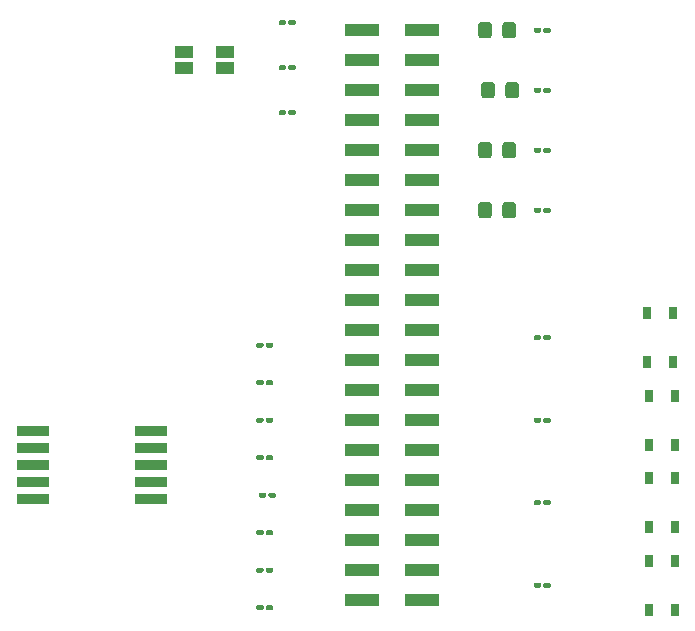
<source format=gbr>
%TF.GenerationSoftware,KiCad,Pcbnew,(5.1.9)-1*%
%TF.CreationDate,2021-01-13T23:08:58-08:00*%
%TF.ProjectId,lab-1,6c61622d-312e-46b6-9963-61645f706362,rev?*%
%TF.SameCoordinates,Original*%
%TF.FileFunction,Soldermask,Top*%
%TF.FilePolarity,Negative*%
%FSLAX46Y46*%
G04 Gerber Fmt 4.6, Leading zero omitted, Abs format (unit mm)*
G04 Created by KiCad (PCBNEW (5.1.9)-1) date 2021-01-13 23:08:58*
%MOMM*%
%LPD*%
G01*
G04 APERTURE LIST*
%ADD10R,1.500000X1.000000*%
%ADD11R,3.000000X1.000000*%
%ADD12R,0.650000X1.050000*%
%ADD13R,2.800000X0.900000*%
G04 APERTURE END LIST*
%TO.C,D1*%
G36*
G01*
X117660000Y-78289999D02*
X117660000Y-79190001D01*
G75*
G02*
X117410001Y-79440000I-249999J0D01*
G01*
X116759999Y-79440000D01*
G75*
G02*
X116510000Y-79190001I0J249999D01*
G01*
X116510000Y-78289999D01*
G75*
G02*
X116759999Y-78040000I249999J0D01*
G01*
X117410001Y-78040000D01*
G75*
G02*
X117660000Y-78289999I0J-249999D01*
G01*
G37*
G36*
G01*
X119710000Y-78289999D02*
X119710000Y-79190001D01*
G75*
G02*
X119460001Y-79440000I-249999J0D01*
G01*
X118809999Y-79440000D01*
G75*
G02*
X118560000Y-79190001I0J249999D01*
G01*
X118560000Y-78289999D01*
G75*
G02*
X118809999Y-78040000I249999J0D01*
G01*
X119460001Y-78040000D01*
G75*
G02*
X119710000Y-78289999I0J-249999D01*
G01*
G37*
%TD*%
%TO.C,D2*%
G36*
G01*
X119955000Y-83369999D02*
X119955000Y-84270001D01*
G75*
G02*
X119705001Y-84520000I-249999J0D01*
G01*
X119054999Y-84520000D01*
G75*
G02*
X118805000Y-84270001I0J249999D01*
G01*
X118805000Y-83369999D01*
G75*
G02*
X119054999Y-83120000I249999J0D01*
G01*
X119705001Y-83120000D01*
G75*
G02*
X119955000Y-83369999I0J-249999D01*
G01*
G37*
G36*
G01*
X117905000Y-83369999D02*
X117905000Y-84270001D01*
G75*
G02*
X117655001Y-84520000I-249999J0D01*
G01*
X117004999Y-84520000D01*
G75*
G02*
X116755000Y-84270001I0J249999D01*
G01*
X116755000Y-83369999D01*
G75*
G02*
X117004999Y-83120000I249999J0D01*
G01*
X117655001Y-83120000D01*
G75*
G02*
X117905000Y-83369999I0J-249999D01*
G01*
G37*
%TD*%
%TO.C,D3*%
G36*
G01*
X117660000Y-88449999D02*
X117660000Y-89350001D01*
G75*
G02*
X117410001Y-89600000I-249999J0D01*
G01*
X116759999Y-89600000D01*
G75*
G02*
X116510000Y-89350001I0J249999D01*
G01*
X116510000Y-88449999D01*
G75*
G02*
X116759999Y-88200000I249999J0D01*
G01*
X117410001Y-88200000D01*
G75*
G02*
X117660000Y-88449999I0J-249999D01*
G01*
G37*
G36*
G01*
X119710000Y-88449999D02*
X119710000Y-89350001D01*
G75*
G02*
X119460001Y-89600000I-249999J0D01*
G01*
X118809999Y-89600000D01*
G75*
G02*
X118560000Y-89350001I0J249999D01*
G01*
X118560000Y-88449999D01*
G75*
G02*
X118809999Y-88200000I249999J0D01*
G01*
X119460001Y-88200000D01*
G75*
G02*
X119710000Y-88449999I0J-249999D01*
G01*
G37*
%TD*%
%TO.C,D4*%
G36*
G01*
X119710000Y-93529999D02*
X119710000Y-94430001D01*
G75*
G02*
X119460001Y-94680000I-249999J0D01*
G01*
X118809999Y-94680000D01*
G75*
G02*
X118560000Y-94430001I0J249999D01*
G01*
X118560000Y-93529999D01*
G75*
G02*
X118809999Y-93280000I249999J0D01*
G01*
X119460001Y-93280000D01*
G75*
G02*
X119710000Y-93529999I0J-249999D01*
G01*
G37*
G36*
G01*
X117660000Y-93529999D02*
X117660000Y-94430001D01*
G75*
G02*
X117410001Y-94680000I-249999J0D01*
G01*
X116759999Y-94680000D01*
G75*
G02*
X116510000Y-94430001I0J249999D01*
G01*
X116510000Y-93529999D01*
G75*
G02*
X116759999Y-93280000I249999J0D01*
G01*
X117410001Y-93280000D01*
G75*
G02*
X117660000Y-93529999I0J-249999D01*
G01*
G37*
%TD*%
D10*
%TO.C,D5*%
X95095000Y-81980000D03*
X95095000Y-80580000D03*
X91595000Y-81980000D03*
X91595000Y-80580000D03*
%TD*%
D11*
%TO.C,J1*%
X111740000Y-78740000D03*
X106700000Y-78740000D03*
X111740000Y-81280000D03*
X106700000Y-81280000D03*
X111740000Y-83820000D03*
X106700000Y-83820000D03*
X111740000Y-86360000D03*
X106700000Y-86360000D03*
X111740000Y-88900000D03*
X106700000Y-88900000D03*
X111740000Y-91440000D03*
X106700000Y-91440000D03*
X111740000Y-93980000D03*
X106700000Y-93980000D03*
X111740000Y-96520000D03*
X106700000Y-96520000D03*
X111740000Y-99060000D03*
X106700000Y-99060000D03*
X111740000Y-101600000D03*
X106700000Y-101600000D03*
X111740000Y-104140000D03*
X106700000Y-104140000D03*
X111740000Y-106680000D03*
X106700000Y-106680000D03*
X111740000Y-109220000D03*
X106700000Y-109220000D03*
X111740000Y-111760000D03*
X106700000Y-111760000D03*
X111740000Y-114300000D03*
X106700000Y-114300000D03*
X111740000Y-116840000D03*
X106700000Y-116840000D03*
X111740000Y-119380000D03*
X106700000Y-119380000D03*
X111740000Y-121920000D03*
X106700000Y-121920000D03*
X111740000Y-124460000D03*
X106700000Y-124460000D03*
X111740000Y-127000000D03*
X106700000Y-127000000D03*
%TD*%
%TO.C,R1*%
G36*
G01*
X121195000Y-78840000D02*
X121195000Y-78640000D01*
G75*
G02*
X121295000Y-78540000I100000J0D01*
G01*
X121730000Y-78540000D01*
G75*
G02*
X121830000Y-78640000I0J-100000D01*
G01*
X121830000Y-78840000D01*
G75*
G02*
X121730000Y-78940000I-100000J0D01*
G01*
X121295000Y-78940000D01*
G75*
G02*
X121195000Y-78840000I0J100000D01*
G01*
G37*
G36*
G01*
X122010000Y-78840000D02*
X122010000Y-78640000D01*
G75*
G02*
X122110000Y-78540000I100000J0D01*
G01*
X122545000Y-78540000D01*
G75*
G02*
X122645000Y-78640000I0J-100000D01*
G01*
X122645000Y-78840000D01*
G75*
G02*
X122545000Y-78940000I-100000J0D01*
G01*
X122110000Y-78940000D01*
G75*
G02*
X122010000Y-78840000I0J100000D01*
G01*
G37*
%TD*%
%TO.C,R2*%
G36*
G01*
X122010000Y-83920000D02*
X122010000Y-83720000D01*
G75*
G02*
X122110000Y-83620000I100000J0D01*
G01*
X122545000Y-83620000D01*
G75*
G02*
X122645000Y-83720000I0J-100000D01*
G01*
X122645000Y-83920000D01*
G75*
G02*
X122545000Y-84020000I-100000J0D01*
G01*
X122110000Y-84020000D01*
G75*
G02*
X122010000Y-83920000I0J100000D01*
G01*
G37*
G36*
G01*
X121195000Y-83920000D02*
X121195000Y-83720000D01*
G75*
G02*
X121295000Y-83620000I100000J0D01*
G01*
X121730000Y-83620000D01*
G75*
G02*
X121830000Y-83720000I0J-100000D01*
G01*
X121830000Y-83920000D01*
G75*
G02*
X121730000Y-84020000I-100000J0D01*
G01*
X121295000Y-84020000D01*
G75*
G02*
X121195000Y-83920000I0J100000D01*
G01*
G37*
%TD*%
%TO.C,R3*%
G36*
G01*
X121195000Y-89000000D02*
X121195000Y-88800000D01*
G75*
G02*
X121295000Y-88700000I100000J0D01*
G01*
X121730000Y-88700000D01*
G75*
G02*
X121830000Y-88800000I0J-100000D01*
G01*
X121830000Y-89000000D01*
G75*
G02*
X121730000Y-89100000I-100000J0D01*
G01*
X121295000Y-89100000D01*
G75*
G02*
X121195000Y-89000000I0J100000D01*
G01*
G37*
G36*
G01*
X122010000Y-89000000D02*
X122010000Y-88800000D01*
G75*
G02*
X122110000Y-88700000I100000J0D01*
G01*
X122545000Y-88700000D01*
G75*
G02*
X122645000Y-88800000I0J-100000D01*
G01*
X122645000Y-89000000D01*
G75*
G02*
X122545000Y-89100000I-100000J0D01*
G01*
X122110000Y-89100000D01*
G75*
G02*
X122010000Y-89000000I0J100000D01*
G01*
G37*
%TD*%
%TO.C,R4*%
G36*
G01*
X122010000Y-94080000D02*
X122010000Y-93880000D01*
G75*
G02*
X122110000Y-93780000I100000J0D01*
G01*
X122545000Y-93780000D01*
G75*
G02*
X122645000Y-93880000I0J-100000D01*
G01*
X122645000Y-94080000D01*
G75*
G02*
X122545000Y-94180000I-100000J0D01*
G01*
X122110000Y-94180000D01*
G75*
G02*
X122010000Y-94080000I0J100000D01*
G01*
G37*
G36*
G01*
X121195000Y-94080000D02*
X121195000Y-93880000D01*
G75*
G02*
X121295000Y-93780000I100000J0D01*
G01*
X121730000Y-93780000D01*
G75*
G02*
X121830000Y-93880000I0J-100000D01*
G01*
X121830000Y-94080000D01*
G75*
G02*
X121730000Y-94180000I-100000J0D01*
G01*
X121295000Y-94180000D01*
G75*
G02*
X121195000Y-94080000I0J100000D01*
G01*
G37*
%TD*%
%TO.C,R5*%
G36*
G01*
X99605000Y-78205000D02*
X99605000Y-78005000D01*
G75*
G02*
X99705000Y-77905000I100000J0D01*
G01*
X100140000Y-77905000D01*
G75*
G02*
X100240000Y-78005000I0J-100000D01*
G01*
X100240000Y-78205000D01*
G75*
G02*
X100140000Y-78305000I-100000J0D01*
G01*
X99705000Y-78305000D01*
G75*
G02*
X99605000Y-78205000I0J100000D01*
G01*
G37*
G36*
G01*
X100420000Y-78205000D02*
X100420000Y-78005000D01*
G75*
G02*
X100520000Y-77905000I100000J0D01*
G01*
X100955000Y-77905000D01*
G75*
G02*
X101055000Y-78005000I0J-100000D01*
G01*
X101055000Y-78205000D01*
G75*
G02*
X100955000Y-78305000I-100000J0D01*
G01*
X100520000Y-78305000D01*
G75*
G02*
X100420000Y-78205000I0J100000D01*
G01*
G37*
%TD*%
%TO.C,R6*%
G36*
G01*
X99605000Y-82015000D02*
X99605000Y-81815000D01*
G75*
G02*
X99705000Y-81715000I100000J0D01*
G01*
X100140000Y-81715000D01*
G75*
G02*
X100240000Y-81815000I0J-100000D01*
G01*
X100240000Y-82015000D01*
G75*
G02*
X100140000Y-82115000I-100000J0D01*
G01*
X99705000Y-82115000D01*
G75*
G02*
X99605000Y-82015000I0J100000D01*
G01*
G37*
G36*
G01*
X100420000Y-82015000D02*
X100420000Y-81815000D01*
G75*
G02*
X100520000Y-81715000I100000J0D01*
G01*
X100955000Y-81715000D01*
G75*
G02*
X101055000Y-81815000I0J-100000D01*
G01*
X101055000Y-82015000D01*
G75*
G02*
X100955000Y-82115000I-100000J0D01*
G01*
X100520000Y-82115000D01*
G75*
G02*
X100420000Y-82015000I0J100000D01*
G01*
G37*
%TD*%
%TO.C,R7*%
G36*
G01*
X100420000Y-85825000D02*
X100420000Y-85625000D01*
G75*
G02*
X100520000Y-85525000I100000J0D01*
G01*
X100955000Y-85525000D01*
G75*
G02*
X101055000Y-85625000I0J-100000D01*
G01*
X101055000Y-85825000D01*
G75*
G02*
X100955000Y-85925000I-100000J0D01*
G01*
X100520000Y-85925000D01*
G75*
G02*
X100420000Y-85825000I0J100000D01*
G01*
G37*
G36*
G01*
X99605000Y-85825000D02*
X99605000Y-85625000D01*
G75*
G02*
X99705000Y-85525000I100000J0D01*
G01*
X100140000Y-85525000D01*
G75*
G02*
X100240000Y-85625000I0J-100000D01*
G01*
X100240000Y-85825000D01*
G75*
G02*
X100140000Y-85925000I-100000J0D01*
G01*
X99705000Y-85925000D01*
G75*
G02*
X99605000Y-85825000I0J100000D01*
G01*
G37*
%TD*%
%TO.C,R8*%
G36*
G01*
X98515000Y-105510000D02*
X98515000Y-105310000D01*
G75*
G02*
X98615000Y-105210000I100000J0D01*
G01*
X99050000Y-105210000D01*
G75*
G02*
X99150000Y-105310000I0J-100000D01*
G01*
X99150000Y-105510000D01*
G75*
G02*
X99050000Y-105610000I-100000J0D01*
G01*
X98615000Y-105610000D01*
G75*
G02*
X98515000Y-105510000I0J100000D01*
G01*
G37*
G36*
G01*
X97700000Y-105510000D02*
X97700000Y-105310000D01*
G75*
G02*
X97800000Y-105210000I100000J0D01*
G01*
X98235000Y-105210000D01*
G75*
G02*
X98335000Y-105310000I0J-100000D01*
G01*
X98335000Y-105510000D01*
G75*
G02*
X98235000Y-105610000I-100000J0D01*
G01*
X97800000Y-105610000D01*
G75*
G02*
X97700000Y-105510000I0J100000D01*
G01*
G37*
%TD*%
%TO.C,R9*%
G36*
G01*
X98515000Y-108685000D02*
X98515000Y-108485000D01*
G75*
G02*
X98615000Y-108385000I100000J0D01*
G01*
X99050000Y-108385000D01*
G75*
G02*
X99150000Y-108485000I0J-100000D01*
G01*
X99150000Y-108685000D01*
G75*
G02*
X99050000Y-108785000I-100000J0D01*
G01*
X98615000Y-108785000D01*
G75*
G02*
X98515000Y-108685000I0J100000D01*
G01*
G37*
G36*
G01*
X97700000Y-108685000D02*
X97700000Y-108485000D01*
G75*
G02*
X97800000Y-108385000I100000J0D01*
G01*
X98235000Y-108385000D01*
G75*
G02*
X98335000Y-108485000I0J-100000D01*
G01*
X98335000Y-108685000D01*
G75*
G02*
X98235000Y-108785000I-100000J0D01*
G01*
X97800000Y-108785000D01*
G75*
G02*
X97700000Y-108685000I0J100000D01*
G01*
G37*
%TD*%
%TO.C,R10*%
G36*
G01*
X97700000Y-111860000D02*
X97700000Y-111660000D01*
G75*
G02*
X97800000Y-111560000I100000J0D01*
G01*
X98235000Y-111560000D01*
G75*
G02*
X98335000Y-111660000I0J-100000D01*
G01*
X98335000Y-111860000D01*
G75*
G02*
X98235000Y-111960000I-100000J0D01*
G01*
X97800000Y-111960000D01*
G75*
G02*
X97700000Y-111860000I0J100000D01*
G01*
G37*
G36*
G01*
X98515000Y-111860000D02*
X98515000Y-111660000D01*
G75*
G02*
X98615000Y-111560000I100000J0D01*
G01*
X99050000Y-111560000D01*
G75*
G02*
X99150000Y-111660000I0J-100000D01*
G01*
X99150000Y-111860000D01*
G75*
G02*
X99050000Y-111960000I-100000J0D01*
G01*
X98615000Y-111960000D01*
G75*
G02*
X98515000Y-111860000I0J100000D01*
G01*
G37*
%TD*%
%TO.C,R11*%
G36*
G01*
X97700000Y-115035000D02*
X97700000Y-114835000D01*
G75*
G02*
X97800000Y-114735000I100000J0D01*
G01*
X98235000Y-114735000D01*
G75*
G02*
X98335000Y-114835000I0J-100000D01*
G01*
X98335000Y-115035000D01*
G75*
G02*
X98235000Y-115135000I-100000J0D01*
G01*
X97800000Y-115135000D01*
G75*
G02*
X97700000Y-115035000I0J100000D01*
G01*
G37*
G36*
G01*
X98515000Y-115035000D02*
X98515000Y-114835000D01*
G75*
G02*
X98615000Y-114735000I100000J0D01*
G01*
X99050000Y-114735000D01*
G75*
G02*
X99150000Y-114835000I0J-100000D01*
G01*
X99150000Y-115035000D01*
G75*
G02*
X99050000Y-115135000I-100000J0D01*
G01*
X98615000Y-115135000D01*
G75*
G02*
X98515000Y-115035000I0J100000D01*
G01*
G37*
%TD*%
%TO.C,R12*%
G36*
G01*
X98742500Y-118210000D02*
X98742500Y-118010000D01*
G75*
G02*
X98842500Y-117910000I100000J0D01*
G01*
X99277500Y-117910000D01*
G75*
G02*
X99377500Y-118010000I0J-100000D01*
G01*
X99377500Y-118210000D01*
G75*
G02*
X99277500Y-118310000I-100000J0D01*
G01*
X98842500Y-118310000D01*
G75*
G02*
X98742500Y-118210000I0J100000D01*
G01*
G37*
G36*
G01*
X97927500Y-118210000D02*
X97927500Y-118010000D01*
G75*
G02*
X98027500Y-117910000I100000J0D01*
G01*
X98462500Y-117910000D01*
G75*
G02*
X98562500Y-118010000I0J-100000D01*
G01*
X98562500Y-118210000D01*
G75*
G02*
X98462500Y-118310000I-100000J0D01*
G01*
X98027500Y-118310000D01*
G75*
G02*
X97927500Y-118210000I0J100000D01*
G01*
G37*
%TD*%
%TO.C,R13*%
G36*
G01*
X97700000Y-121385000D02*
X97700000Y-121185000D01*
G75*
G02*
X97800000Y-121085000I100000J0D01*
G01*
X98235000Y-121085000D01*
G75*
G02*
X98335000Y-121185000I0J-100000D01*
G01*
X98335000Y-121385000D01*
G75*
G02*
X98235000Y-121485000I-100000J0D01*
G01*
X97800000Y-121485000D01*
G75*
G02*
X97700000Y-121385000I0J100000D01*
G01*
G37*
G36*
G01*
X98515000Y-121385000D02*
X98515000Y-121185000D01*
G75*
G02*
X98615000Y-121085000I100000J0D01*
G01*
X99050000Y-121085000D01*
G75*
G02*
X99150000Y-121185000I0J-100000D01*
G01*
X99150000Y-121385000D01*
G75*
G02*
X99050000Y-121485000I-100000J0D01*
G01*
X98615000Y-121485000D01*
G75*
G02*
X98515000Y-121385000I0J100000D01*
G01*
G37*
%TD*%
%TO.C,R14*%
G36*
G01*
X98515000Y-124560000D02*
X98515000Y-124360000D01*
G75*
G02*
X98615000Y-124260000I100000J0D01*
G01*
X99050000Y-124260000D01*
G75*
G02*
X99150000Y-124360000I0J-100000D01*
G01*
X99150000Y-124560000D01*
G75*
G02*
X99050000Y-124660000I-100000J0D01*
G01*
X98615000Y-124660000D01*
G75*
G02*
X98515000Y-124560000I0J100000D01*
G01*
G37*
G36*
G01*
X97700000Y-124560000D02*
X97700000Y-124360000D01*
G75*
G02*
X97800000Y-124260000I100000J0D01*
G01*
X98235000Y-124260000D01*
G75*
G02*
X98335000Y-124360000I0J-100000D01*
G01*
X98335000Y-124560000D01*
G75*
G02*
X98235000Y-124660000I-100000J0D01*
G01*
X97800000Y-124660000D01*
G75*
G02*
X97700000Y-124560000I0J100000D01*
G01*
G37*
%TD*%
%TO.C,R15*%
G36*
G01*
X97700000Y-127735000D02*
X97700000Y-127535000D01*
G75*
G02*
X97800000Y-127435000I100000J0D01*
G01*
X98235000Y-127435000D01*
G75*
G02*
X98335000Y-127535000I0J-100000D01*
G01*
X98335000Y-127735000D01*
G75*
G02*
X98235000Y-127835000I-100000J0D01*
G01*
X97800000Y-127835000D01*
G75*
G02*
X97700000Y-127735000I0J100000D01*
G01*
G37*
G36*
G01*
X98515000Y-127735000D02*
X98515000Y-127535000D01*
G75*
G02*
X98615000Y-127435000I100000J0D01*
G01*
X99050000Y-127435000D01*
G75*
G02*
X99150000Y-127535000I0J-100000D01*
G01*
X99150000Y-127735000D01*
G75*
G02*
X99050000Y-127835000I-100000J0D01*
G01*
X98615000Y-127835000D01*
G75*
G02*
X98515000Y-127735000I0J100000D01*
G01*
G37*
%TD*%
%TO.C,R16*%
G36*
G01*
X122645000Y-104675000D02*
X122645000Y-104875000D01*
G75*
G02*
X122545000Y-104975000I-100000J0D01*
G01*
X122110000Y-104975000D01*
G75*
G02*
X122010000Y-104875000I0J100000D01*
G01*
X122010000Y-104675000D01*
G75*
G02*
X122110000Y-104575000I100000J0D01*
G01*
X122545000Y-104575000D01*
G75*
G02*
X122645000Y-104675000I0J-100000D01*
G01*
G37*
G36*
G01*
X121830000Y-104675000D02*
X121830000Y-104875000D01*
G75*
G02*
X121730000Y-104975000I-100000J0D01*
G01*
X121295000Y-104975000D01*
G75*
G02*
X121195000Y-104875000I0J100000D01*
G01*
X121195000Y-104675000D01*
G75*
G02*
X121295000Y-104575000I100000J0D01*
G01*
X121730000Y-104575000D01*
G75*
G02*
X121830000Y-104675000I0J-100000D01*
G01*
G37*
%TD*%
%TO.C,R17*%
G36*
G01*
X121830000Y-111660000D02*
X121830000Y-111860000D01*
G75*
G02*
X121730000Y-111960000I-100000J0D01*
G01*
X121295000Y-111960000D01*
G75*
G02*
X121195000Y-111860000I0J100000D01*
G01*
X121195000Y-111660000D01*
G75*
G02*
X121295000Y-111560000I100000J0D01*
G01*
X121730000Y-111560000D01*
G75*
G02*
X121830000Y-111660000I0J-100000D01*
G01*
G37*
G36*
G01*
X122645000Y-111660000D02*
X122645000Y-111860000D01*
G75*
G02*
X122545000Y-111960000I-100000J0D01*
G01*
X122110000Y-111960000D01*
G75*
G02*
X122010000Y-111860000I0J100000D01*
G01*
X122010000Y-111660000D01*
G75*
G02*
X122110000Y-111560000I100000J0D01*
G01*
X122545000Y-111560000D01*
G75*
G02*
X122645000Y-111660000I0J-100000D01*
G01*
G37*
%TD*%
%TO.C,R18*%
G36*
G01*
X122645000Y-118645000D02*
X122645000Y-118845000D01*
G75*
G02*
X122545000Y-118945000I-100000J0D01*
G01*
X122110000Y-118945000D01*
G75*
G02*
X122010000Y-118845000I0J100000D01*
G01*
X122010000Y-118645000D01*
G75*
G02*
X122110000Y-118545000I100000J0D01*
G01*
X122545000Y-118545000D01*
G75*
G02*
X122645000Y-118645000I0J-100000D01*
G01*
G37*
G36*
G01*
X121830000Y-118645000D02*
X121830000Y-118845000D01*
G75*
G02*
X121730000Y-118945000I-100000J0D01*
G01*
X121295000Y-118945000D01*
G75*
G02*
X121195000Y-118845000I0J100000D01*
G01*
X121195000Y-118645000D01*
G75*
G02*
X121295000Y-118545000I100000J0D01*
G01*
X121730000Y-118545000D01*
G75*
G02*
X121830000Y-118645000I0J-100000D01*
G01*
G37*
%TD*%
%TO.C,R19*%
G36*
G01*
X121830000Y-125630000D02*
X121830000Y-125830000D01*
G75*
G02*
X121730000Y-125930000I-100000J0D01*
G01*
X121295000Y-125930000D01*
G75*
G02*
X121195000Y-125830000I0J100000D01*
G01*
X121195000Y-125630000D01*
G75*
G02*
X121295000Y-125530000I100000J0D01*
G01*
X121730000Y-125530000D01*
G75*
G02*
X121830000Y-125630000I0J-100000D01*
G01*
G37*
G36*
G01*
X122645000Y-125630000D02*
X122645000Y-125830000D01*
G75*
G02*
X122545000Y-125930000I-100000J0D01*
G01*
X122110000Y-125930000D01*
G75*
G02*
X122010000Y-125830000I0J100000D01*
G01*
X122010000Y-125630000D01*
G75*
G02*
X122110000Y-125530000I100000J0D01*
G01*
X122545000Y-125530000D01*
G75*
G02*
X122645000Y-125630000I0J-100000D01*
G01*
G37*
%TD*%
D12*
%TO.C,SW1*%
X132970001Y-102670001D03*
X132970001Y-106820001D03*
X130820001Y-102670001D03*
X130820001Y-106820001D03*
%TD*%
%TO.C,SW2*%
X131005000Y-113835000D03*
X131005000Y-109685000D03*
X133155000Y-113835000D03*
X133155000Y-109685000D03*
%TD*%
%TO.C,SW3*%
X133155000Y-116670000D03*
X133155000Y-120820000D03*
X131005000Y-116670000D03*
X131005000Y-120820000D03*
%TD*%
%TO.C,SW4*%
X131005000Y-127805000D03*
X131005000Y-123655000D03*
X133155000Y-127805000D03*
X133155000Y-123655000D03*
%TD*%
D13*
%TO.C,U1*%
X88820000Y-118450000D03*
X88820000Y-117010000D03*
X88820000Y-115570000D03*
X88820000Y-114130000D03*
X88820000Y-112690000D03*
X78820000Y-112690000D03*
X78820000Y-114130000D03*
X78820000Y-115570000D03*
X78820000Y-117010000D03*
X78820000Y-118450000D03*
%TD*%
M02*

</source>
